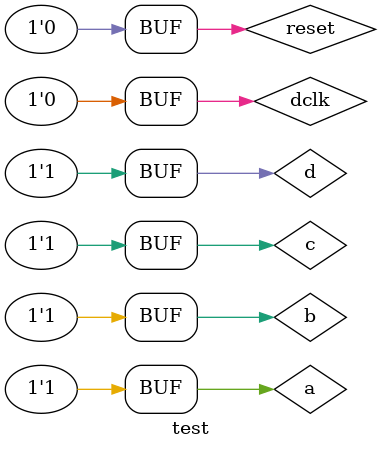
<source format=sv>
module test;

  
  reg dclk;
  reg a;
  reg b;
  reg c;
  reg d;
  reg reset;
  
  wire fc1;
  wire fc2;

  
  p2c1 P2C1(.a(a), .b(b), .c(c), .d(d), .f(fc1), .clk(dclk), .reset(reset));
  p2c2 P2C2(.a(a), .b(b), .c(c), .d(d), .f(fc2), .clk(dclk), .reset(reset));
            
  initial begin
    $dumpfile("dump.vcd");
    $dumpvars(1);
    a = 0; b = 0; c = 0; d = 0; dclk = 0; reset = 0;
    #1 reset = 1;
    #1 reset = 0;
    #5;
    $monitor(a,b,c,d,fc1);
    
        for (int i=0; i<16; i=i+1) begin
            {a,b,c,d} = i;
          	#1;
          	dclk += 1;
            #5;
          	dclk += 1;
          	#5;
        end
    
  end
  

endmodule
</source>
